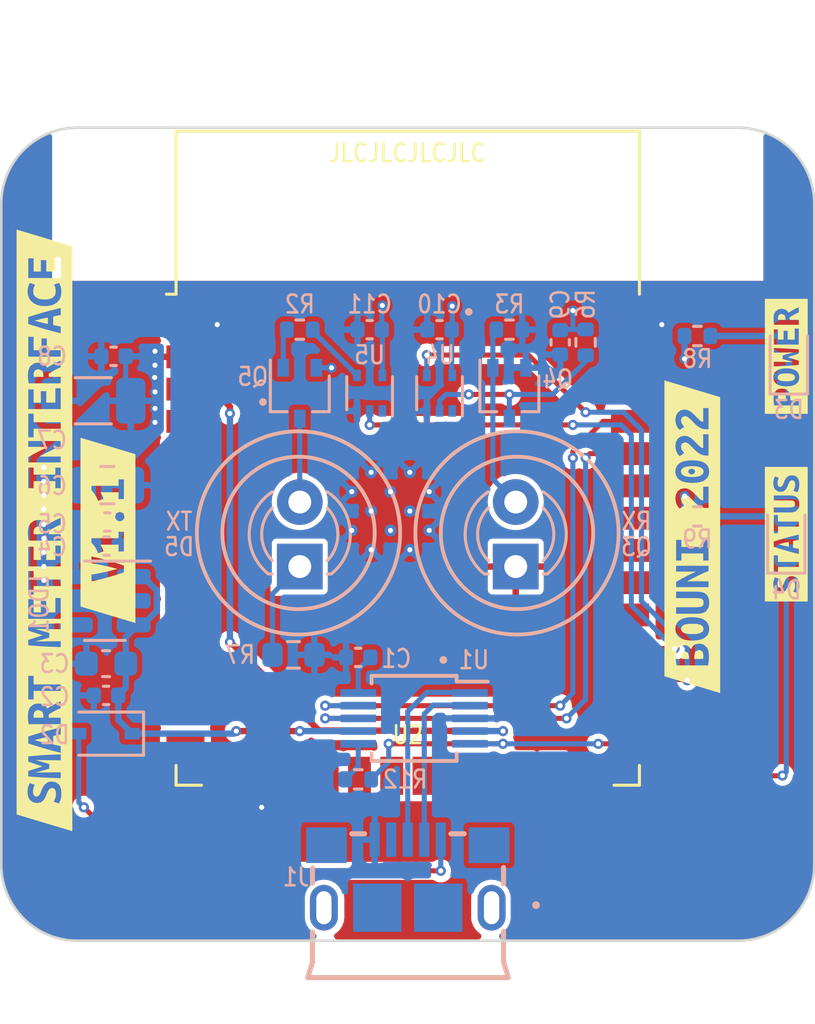
<source format=kicad_pcb>
(kicad_pcb (version 20230913) (generator pcbnew)
  (layers (0 "F.Cu" signal) (31 "B.Cu" signal) (34 "B.Paste" user) (35 "F.Paste" user) (36 "B.SilkS" user "B.Silkscreen") (37 "F.SilkS" user "F.Silkscreen") (38 "B.Mask" user) (39 "F.Mask" user) (44 "Edge.Cuts" user))
  (net 0 "")
  (net 1 "GND")
  (net 2 "+3V3")
  (net 3 "BLINK")
  (net 4 "+5V")
  (net 5 "RX")
  (net 6 "Net-(U1-V3)")
  (net 7 "Net-(D5-K)")
  (net 8 "Net-(D2-A)")
  (net 9 "Net-(D3-A)")
  (net 10 "IO2")
  (net 11 "Net-(D4-A)")
  (net 13 "Net-(D5-A)")
  (net 14 "Net-(Q3-E)")
  (net 15 "IO0")
  (net 16 "EN")
  (net 17 "Net-(Q4-C)")
  (net 18 "Net-(Q5-B)")
  (net 20 "RXD0")
  (net 21 "TXD0")
  (net 50 "Net-(R2-Pad2)")
  (net 51 "Net-(U1-TNOW{slash}~{DTR})")
  (net 54 "/D-")
  (net 55 "/D+")
  (footprint "RF_Module:ESP32-WROOM-32" (layer "F.Cu") (at 56 56)
    (property "Reference" "U2" (at 0 7.9 180) (layer "F.SilkS") (effects (font (size 0.7 0.6) (thickness 0.1))))
    (property "Value" "ESP32-WROOM-32")
    (pad "1" smd rect locked (at -8.75 -8.25) (size 1.5 0.9) (layers "F.Cu" "F.Paste" "F.Mask") (net 1 "GND"))
    (pad "2" smd rect locked (at -8.75 -6.98) (size 1.5 0.9) (layers "F.Cu" "F.Paste" "F.Mask") (net 2 "+3V3"))
    (pad "3" smd rect locked (at -8.75 -5.71) (size 1.5 0.9) (layers "F.Cu" "F.Paste" "F.Mask") (net 16 "EN"))
    (pad "4" smd rect locked (at -8.75 -4.44) (size 1.5 0.9) (layers "F.Cu" "F.Paste" "F.Mask"))
    (pad "5" smd rect locked (at -8.75 -3.17) (size 1.5 0.9) (layers "F.Cu" "F.Paste" "F.Mask"))
    (pad "6" smd rect locked (at -8.75 -1.9) (size 1.5 0.9) (layers "F.Cu" "F.Paste" "F.Mask"))
    (pad "7" smd rect locked (at -8.75 -0.63) (size 1.5 0.9) (layers "F.Cu" "F.Paste" "F.Mask"))
    (pad "8" smd rect locked (at -8.75 0.64) (size 1.5 0.9) (layers "F.Cu" "F.Paste" "F.Mask"))
    (pad "9" smd rect locked (at -8.75 1.91) (size 1.5 0.9) (layers "F.Cu" "F.Paste" "F.Mask"))
    (pad "10" smd rect locked (at -8.75 3.18) (size 1.5 0.9) (layers "F.Cu" "F.Paste" "F.Mask"))
    (pad "11" smd rect locked (at -8.75 4.45) (size 1.5 0.9) (layers "F.Cu" "F.Paste" "F.Mask"))
    (pad "12" smd rect locked (at -8.75 5.72) (size 1.5 0.9) (layers "F.Cu" "F.Paste" "F.Mask"))
    (pad "13" smd rect locked (at -8.75 6.99) (size 1.5 0.9) (layers "F.Cu" "F.Paste" "F.Mask"))
    (pad "14" smd rect locked (at -8.75 8.26) (size 1.5 0.9) (layers "F.Cu" "F.Paste" "F.Mask"))
    (pad "15" smd rect locked (at -5.71 9.51 90) (size 1.5 0.9) (layers "F.Cu" "F.Paste" "F.Mask") (net 1 "GND"))
    (pad "16" smd rect locked (at -4.44 9.51 90) (size 1.5 0.9) (layers "F.Cu" "F.Paste" "F.Mask"))
    (pad "17" smd rect locked (at -3.17 9.51 90) (size 1.5 0.9) (layers "F.Cu" "F.Paste" "F.Mask"))
    (pad "18" smd rect locked (at -1.9 9.51 90) (size 1.5 0.9) (layers "F.Cu" "F.Paste" "F.Mask"))
    (pad "19" smd rect locked (at -0.63 9.51 90) (size 1.5 0.9) (layers "F.Cu" "F.Paste" "F.Mask"))
    (pad "20" smd rect locked (at 0.64 9.51 90) (size 1.5 0.9) (layers "F.Cu" "F.Paste" "F.Mask"))
    (pad "21" smd rect locked (at 1.91 9.51 90) (size 1.5 0.9) (layers "F.Cu" "F.Paste" "F.Mask"))
    (pad "22" smd rect locked (at 3.18 9.51 90) (size 1.5 0.9) (layers "F.Cu" "F.Paste" "F.Mask"))
    (pad "23" smd rect locked (at 4.45 9.51 90) (size 1.5 0.9) (layers "F.Cu" "F.Paste" "F.Mask"))
    (pad "24" smd rect locked (at 5.72 9.51 90) (size 1.5 0.9) (layers "F.Cu" "F.Paste" "F.Mask") (net 10 "IO2"))
    (pad "25" smd rect locked (at 8.75 8.26) (size 1.5 0.9) (layers "F.Cu" "F.Paste" "F.Mask") (net 15 "IO0"))
    (pad "26" smd rect locked (at 8.75 6.99) (size 1.5 0.9) (layers "F.Cu" "F.Paste" "F.Mask"))
    (pad "27" smd rect locked (at 8.75 5.72) (size 1.5 0.9) (layers "F.Cu" "F.Paste" "F.Mask") (net 5 "RX"))
    (pad "28" smd rect locked (at 8.75 4.45) (size 1.5 0.9) (layers "F.Cu" "F.Paste" "F.Mask") (net 3 "BLINK"))
    (pad "29" smd rect locked (at 8.75 3.18) (size 1.5 0.9) (layers "F.Cu" "F.Paste" "F.Mask"))
    (pad "30" smd rect locked (at 8.75 1.91) (size 1.5 0.9) (layers "F.Cu" "F.Paste" "F.Mask"))
    (pad "31" smd rect locked (at 8.75 0.64) (size 1.5 0.9) (layers "F.Cu" "F.Paste" "F.Mask"))
    (pad "32" smd rect locked (at 8.75 -0.63) (size 1.5 0.9) (layers "F.Cu" "F.Paste" "F.Mask"))
    (pad "33" smd rect locked (at 8.75 -1.9) (size 1.5 0.9) (layers "F.Cu" "F.Paste" "F.Mask"))
    (pad "34" smd rect locked (at 8.75 -3.17) (size 1.5 0.9) (layers "F.Cu" "F.Paste" "F.Mask") (net 20 "RXD0"))
    (pad "35" smd rect locked (at 8.75 -4.44) (size 1.5 0.9) (layers "F.Cu" "F.Paste" "F.Mask") (net 21 "TXD0"))
    (pad "36" smd rect locked (at 8.75 -5.71) (size 1.5 0.9) (layers "F.Cu" "F.Paste" "F.Mask"))
    (pad "37" smd rect locked (at 8.75 -6.98) (size 1.5 0.9) (layers "F.Cu" "F.Paste" "F.Mask"))
    (pad "38" smd rect locked (at 8.75 -8.25) (size 1.5 0.9) (layers "F.Cu" "F.Paste" "F.Mask") (net 1 "GND"))
    (pad "39" smd rect locked (at -2.205 -2.435) (size 1.05 1.05) (layers "F.Cu" "F.Paste") (net 1 "GND"))
    (pad "39" thru_hole circle locked (at -2.205 -1.6725) (size 0.475 0.475) (drill 0.2) (layers "*.Cu" "F.Mask") (net 1 "GND"))
    (pad "39" smd rect locked (at -2.205 -0.91) (size 1.05 1.05) (layers "F.Cu" "F.Paste") (net 1 "GND"))
    (pad "39" thru_hole circle locked (at -2.205 -0.1475) (size 0.475 0.475) (drill 0.2) (layers "*.Cu" "F.Mask") (net 1 "GND"))
    (pad "39" smd rect locked (at -2.205 0.615) (size 1.05 1.05) (layers "F.Cu" "F.Paste") (net 1 "GND"))
    (pad "39" thru_hole circle locked (at -1.4425 -2.435) (size 0.475 0.475) (drill 0.2) (layers "*.Cu" "F.Mask") (net 1 "GND"))
    (pad "39" thru_hole circle locked (at -1.4425 -0.91) (size 0.475 0.475) (drill 0.2) (layers "*.Cu" "F.Mask") (net 1 "GND"))
    (pad "39" thru_hole circle locked (at -1.4425 0.615) (size 0.475 0.475) (drill 0.2) (layers "*.Cu" "F.Mask") (net 1 "GND"))
    (pad "39" smd rect locked (at -0.68 -2.435) (size 1.05 1.05) (layers "F.Cu" "F.Paste") (net 1 "GND"))
    (pad "39" thru_hole circle locked (at -0.68 -1.6725) (size 0.475 0.475) (drill 0.2) (layers "*.Cu" "F.Mask") (net 1 "GND"))
    (pad "39" smd rect locked (at -0.68 -0.91) (size 1.05 1.05) (layers "F.Cu" "F.Paste") (net 1 "GND"))
    (pad "39" smd rect locked (at -0.68 -0.91) (size 4.2 4.2) (layers "F.Cu" "F.Mask") (net 1 "GND"))
    (pad "39" thru_hole circle locked (at -0.68 -0.1475) (size 0.475 0.475) (drill 0.2) (layers "*.Cu" "F.Mask") (net 1 "GND"))
    (pad "39" smd rect locked (at -0.68 0.615) (size 1.05 1.05) (layers "F.Cu" "F.Paste") (net 1 "GND"))
    (pad "39" thru_hole circle locked (at 0.0825 -2.435) (size 0.475 0.475) (drill 0.2) (layers "*.Cu" "F.Mask") (net 1 "GND"))
    (pad "39" thru_hole circle locked (at 0.0825 -0.91) (size 0.475 0.475) (drill 0.2) (layers "*.Cu" "F.Mask") (net 1 "GND"))
    (pad "39" thru_hole circle locked (at 0.0825 0.615) (size 0.475 0.475) (drill 0.2) (layers "*.Cu" "F.Mask") (net 1 "GND"))
    (pad "39" smd rect locked (at 0.845 -2.435) (size 1.05 1.05) (layers "F.Cu" "F.Paste") (net 1 "GND"))
    (pad "39" thru_hole circle locked (at 0.845 -1.6725) (size 0.475 0.475) (drill 0.2) (layers "*.Cu" "F.Mask") (net 1 "GND"))
    (pad "39" smd rect locked (at 0.845 -0.91) (size 1.05 1.05) (layers "F.Cu" "F.Paste") (net 1 "GND"))
    (pad "39" thru_hole circle locked (at 0.845 -0.1475) (size 0.475 0.475) (drill 0.2) (layers "*.Cu" "F.Mask") (net 1 "GND"))
    (pad "39" smd rect locked (at 0.845 0.615) (size 1.05 1.05) (layers "F.Cu" "F.Paste") (net 1 "GND"))
    (zone (net 0) (net_name "") (layers "*.Cu") (connect_pads (clearance 0)) (min_thickness 0.254)
      (keepout (tracks not_allowed) (vias not_allowed) (pads not_allowed) (copperpour not_allowed) (footprints not_allowed))
      (fill (thermal_gap 0.508) (thermal_bridge_width 0.508))
      (polygon (pts (xy 42 46.03) (xy 70 46.03) (xy 70 35.25) (xy 42 35.25)))
    )
  )
  (footprint "kibuzzard-651E6BC2" (layer "F.Cu") (at 70.9 56 90)
    (property "Reference" "kibuzzard-651E6BC2" hide)
    (property "Value" "G***" hide)
  )
  (footprint "kibuzzard-635BBB2F" (layer "F.Cu") (at 41.7 55.85 90)
    (property "Reference" "kibuzzard-635BBB2F" hide)
    (property "Value" "G***" hide)
  )
  (footprint "kibuzzard-651E6B99" (layer "F.Cu") (at 44.2 55.85 90)
    (property "Reference" "kibuzzard-651E6B99" hide)
    (property "Value" "G***" hide)
  )
  (footprint "kibuzzard-651E6BCC" (layer "F.Cu") (at 70.9 49 90)
    (property "Reference" "kibuzzard-651E6BCC" hide)
    (property "Value" "G***" hide)
  )
  (footprint "kibuzzard-635BBB3D" (layer "F.Cu") (at 67.2 56.1 90)
    (property "Reference" "kibuzzard-635BBB3D" hide)
    (property "Value" "G***" hide)
  )
  (footprint "Capacitor_SMD:C_0402_1005Metric" (layer "B.Cu") (at 44.175 55.52)
    (property "Reference" "C5" (at -2.175 0.08 180) (layer "B.SilkS") (effects (font (size 0.7 0.6) (thickness 0.1)) (justify mirror)))
    (property "Value" "1uF")
    (pad "1" smd roundrect (at -0.48 0) (size 0.56 0.62) (layers "B.Cu" "B.Paste" "B.Mask") (net 2 "+3V3"))
    (pad "2" smd roundrect (at 0.48 0) (size 0.56 0.62) (layers "B.Cu" "B.Paste" "B.Mask") (net 1 "GND"))
  )
  (footprint "Resistor_SMD:R_0402_1005Metric" (layer "B.Cu") (at 63 48.45 -90)
    (property "Reference" "R6" (at -1.5 0 -90) (layer "B.SilkS") (effects (font (size 0.7 0.6) (thickness 0.1)) (justify mirror)))
    (property "Value" "13K")
    (pad "1" smd roundrect (at -0.51 0 270) (size 0.54 0.64) (layers "B.Cu" "B.Paste" "B.Mask") (net 2 "+3V3"))
    (pad "2" smd roundrect (at 0.51 0 270) (size 0.54 0.64) (layers "B.Cu" "B.Paste" "B.Mask") (net 17 "Net-(Q4-C)"))
  )
  (footprint "Package_TO_SOT_SMD:SOT-23-5" (layer "B.Cu") (at 44.075 58.62 180)
    (property "Reference" "LDO1" (at 2.575 -0.13 -90) (layer "B.SilkS") (effects (font (size 0.7 0.6) (thickness 0.1) bold) (justify mirror)))
    (property "Value" "ME6211C33M5G-N" hide)
    (pad "1" smd roundrect (at -1.1375 0.95 180) (size 1.325 0.6) (layers "B.Cu" "B.Paste" "B.Mask") (net 4 "+5V"))
    (pad "2" smd roundrect (at -1.1375 0 180) (size 1.325 0.6) (layers "B.Cu" "B.Paste" "B.Mask") (net 1 "GND"))
    (pad "3" smd roundrect (at -1.1375 -0.95 180) (size 1.325 0.6) (layers "B.Cu" "B.Paste" "B.Mask") (net 4 "+5V"))
    (pad "4" smd roundrect (at 1.1375 -0.95 180) (size 1.325 0.6) (layers "B.Cu" "B.Paste" "B.Mask"))
    (pad "5" smd roundrect (at 1.1375 0.95 180) (size 1.325 0.6) (layers "B.Cu" "B.Paste" "B.Mask") (net 2 "+3V3"))
  )
  (footprint "LED_THT:LED_D3.0mm_Clear" (layer "B.Cu") (at 60.25 57.275 90)
    (property "Reference" "Q3" (at 0.775 4.75 0) (layer "B.SilkS") (effects (font (size 0.7 0.6) (thickness 0.1)) (justify mirror)))
    (property "Value" "SFH309")
    (pad "1" thru_hole rect (at 0 0 90) (size 1.8 1.8) (drill 0.9) (layers "*.Cu" "*.Mask") (net 2 "+3V3"))
    (pad "2" thru_hole circle (at 2.54 0 90) (size 1.8 1.8) (drill 0.9) (layers "*.Cu" "*.Mask") (net 14 "Net-(Q3-E)"))
  )
  (footprint "LED_THT:LED_D3.0mm_IRBlack" (layer "B.Cu") (at 51.75 57.275 90)
    (property "Reference" "D5" (at 0.775 -4.75 0) (layer "B.SilkS") (effects (font (size 0.7 0.6) (thickness 0.1)) (justify mirror)))
    (property "Value" "SFH4356P")
    (pad "1" thru_hole rect (at 0 0 90) (size 1.8 1.8) (drill 0.9) (layers "*.Cu" "*.Mask") (net 7 "Net-(D5-K)"))
    (pad "2" thru_hole circle (at 2.54 0 90) (size 1.8 1.8) (drill 0.9) (layers "*.Cu" "*.Mask") (net 13 "Net-(D5-A)"))
  )
  (footprint "Resistor_SMD:R_0603_1608Metric" (layer "B.Cu") (at 51.5 60.75)
    (property "Reference" "R7" (at -2.1 0 0) (layer "B.SilkS") (effects (font (size 0.7 0.6) (thickness 0.1)) (justify mirror)))
    (property "Value" "180")
    (pad "1" smd roundrect (at -0.825 0) (size 0.8 0.95) (layers "B.Cu" "B.Paste" "B.Mask") (net 7 "Net-(D5-K)"))
    (pad "2" smd roundrect (at 0.825 0) (size 0.8 0.95) (layers "B.Cu" "B.Paste" "B.Mask") (net 1 "GND"))
  )
  (footprint "LED_SMD:LED_0603_1608Metric" (layer "B.Cu") (at 71 49 90)
    (property "Reference" "D3" (at -2.1 0 180) (layer "B.SilkS") (effects (font (size 0.7 0.6) (thickness 0.1)) (justify mirror)))
    (property "Value" "LED_G")
    (pad "1" smd roundrect (at -0.7875 0 90) (size 0.875 0.95) (layers "B.Cu" "B.Paste" "B.Mask") (net 1 "GND"))
    (pad "2" smd roundrect (at 0.7875 0 90) (size 0.875 0.95) (layers "B.Cu" "B.Paste" "B.Mask") (net 9 "Net-(D3-A)"))
  )
  (footprint "Capacitor_SMD:C_0402_1005Metric" (layer "B.Cu") (at 44.145 56.47)
    (property "Reference" "C4" (at -2.145 0.03 180) (layer "B.SilkS") (effects (font (size 0.7 0.6) (thickness 0.1)) (justify mirror)))
    (property "Value" "0.1uF")
    (pad "1" smd roundrect (at -0.48 0) (size 0.56 0.62) (layers "B.Cu" "B.Paste" "B.Mask") (net 2 "+3V3"))
    (pad "2" smd roundrect (at 0.48 0) (size 0.56 0.62) (layers "B.Cu" "B.Paste" "B.Mask") (net 1 "GND"))
  )
  (footprint "Package_TO_SOT_SMD:SOT-323_SC-70" (layer "B.Cu") (at 51.75 50.45 -90)
    (property "Reference" "Q5" (at -0.65 1.85 0) (layer "B.SilkS") (effects (font (size 0.7 0.6) (thickness 0.1)) (justify mirror)))
    (property "Value" "BC807W")
    (pad "1" smd rect (at -1 0.65) (size 0.45 0.7) (layers "B.Cu" "B.Paste" "B.Mask") (net 18 "Net-(Q5-B)"))
    (pad "2" smd rect (at -1 -0.65) (size 0.45 0.7) (layers "B.Cu" "B.Paste" "B.Mask") (net 2 "+3V3"))
    (pad "3" smd rect (at 1 0) (size 0.45 0.7) (layers "B.Cu" "B.Paste" "B.Mask") (net 13 "Net-(D5-A)"))
  )
  (footprint "Resistor_SMD:R_0402_1005Metric" (layer "B.Cu") (at 67.4 55.3)
    (property "Reference" "R9" (at 0 0.9 0) (layer "B.SilkS") (effects (font (size 0.7 0.6) (thickness 0.1)) (justify mirror)))
    (property "Value" "1k")
    (pad "1" smd roundrect (at -0.51 0) (size 0.54 0.64) (layers "B.Cu" "B.Paste" "B.Mask") (net 2 "+3V3"))
    (pad "2" smd roundrect (at 0.51 0) (size 0.54 0.64) (layers "B.Cu" "B.Paste" "B.Mask") (net 11 "Net-(D4-A)"))
  )
  (footprint "Capacitor_SMD:C_1206_3216Metric" (layer "B.Cu") (at 43.62 50.75 180)
    (property "Reference" "C7" (at 1.62 -1.55 0) (layer "B.SilkS") (effects (font (size 0.7 0.6) (thickness 0.1)) (justify mirror)))
    (property "Value" "100uF")
    (pad "1" smd roundrect (at -1.475 0 180) (size 1.15 1.8) (layers "B.Cu" "B.Paste" "B.Mask") (roundrect_rratio 0.2173913043) (net 2 "+3V3"))
    (pad "2" smd roundrect (at 1.475 0 180) (size 1.15 1.8) (layers "B.Cu" "B.Paste" "B.Mask") (roundrect_rratio 0.2173913043) (net 1 "GND"))
  )
  (footprint "Capacitor_SMD:C_0402_1005Metric" (layer "B.Cu") (at 54.05 60.85)
    (property "Reference" "C1" (at 1.5 0.05 0) (layer "B.SilkS") (effects (font (size 0.7 0.6) (thickness 0.1)) (justify mirror)))
    (property "Value" "0.1uF")
    (pad "1" smd roundrect (at -0.48 0) (size 0.56 0.62) (layers "B.Cu" "B.Paste" "B.Mask") (net 1 "GND"))
    (pad "2" smd roundrect (at 0.48 0) (size 0.56 0.62) (layers "B.Cu" "B.Paste" "B.Mask") (net 6 "Net-(U1-V3)"))
  )
  (footprint "Resistor_SMD:R_0402_1005Metric" (layer "B.Cu") (at 60 47.95)
    (property "Reference" "R3" (at 0 -1 0) (layer "B.SilkS") (effects (font (size 0.7 0.6) (thickness 0.1)) (justify mirror)))
    (property "Value" "13K")
    (pad "1" smd roundrect (at -0.51 0) (size 0.54 0.64) (layers "B.Cu" "B.Paste" "B.Mask") (net 14 "Net-(Q3-E)"))
    (pad "2" smd roundrect (at 0.51 0) (size 0.54 0.64) (layers "B.Cu" "B.Paste" "B.Mask") (net 1 "GND"))
  )
  (footprint "LED_SMD:LED_0603_1608Metric" (layer "B.Cu") (at 70.9 56.05 90)
    (property "Reference" "D4" (at -2.15 0 180) (layer "B.SilkS") (effects (font (size 0.7 0.6) (thickness 0.1)) (justify mirror)))
    (property "Value" "LED_B")
    (pad "1" smd roundrect (at -0.7875 0 90) (size 0.875 0.95) (layers "B.Cu" "B.Paste" "B.Mask") (net 10 "IO2"))
    (pad "2" smd roundrect (at 0.7875 0 90) (size 0.875 0.95) (layers "B.Cu" "B.Paste" "B.Mask") (net 11 "Net-(D4-A)"))
  )
  (footprint "Capacitor_SMD:C_0402_1005Metric" (layer "B.Cu") (at 57.25 47.95 180)
    (property "Reference" "C10" (at 0 1 180) (layer "B.SilkS") (effects (font (size 0.7 0.6) (thickness 0.1)) (justify mirror)))
    (property "Value" "1uF")
    (pad "1" smd roundrect (at -0.48 0 180) (size 0.56 0.62) (layers "B.Cu" "B.Paste" "B.Mask") (net 2 "+3V3"))
    (pad "2" smd roundrect (at 0.48 0 180) (size 0.56 0.62) (layers "B.Cu" "B.Paste" "B.Mask") (net 1 "GND"))
  )
  (footprint "Capacitor_SMD:C_0402_1005Metric" (layer "B.Cu") (at 54.5 47.95 180)
    (property "Reference" "C11" (at 0 1 180) (layer "B.SilkS") (effects (font (size 0.7 0.6) (thickness 0.1)) (justify mirror)))
    (property "Value" "1uF")
    (pad "1" smd roundrect (at -0.48 0 180) (size 0.56 0.62) (layers "B.Cu" "B.Paste" "B.Mask") (net 2 "+3V3"))
    (pad "2" smd roundrect (at 0.48 0 180) (size 0.56 0.62) (layers "B.Cu" "B.Paste" "B.Mask") (net 1 "GND"))
  )
  (footprint "Capacitor_SMD:C_0402_1005Metric" (layer "B.Cu") (at 44.125 62.345 180)
    (property "Reference" "C2" (at 2.025 -0.055 0) (layer "B.SilkS") (effects (font (size 0.7 0.6) (thickness 0.1)) (justify mirror)))
    (property "Value" "1uF")
    (pad "1" smd roundrect (at -0.48 0 180) (size 0.56 0.62) (layers "B.Cu" "B.Paste" "B.Mask") (net 4 "+5V"))
    (pad "2" smd roundrect (at 0.48 0 180) (size 0.56 0.62) (layers "B.Cu" "B.Paste" "B.Mask") (net 1 "GND"))
  )
  (footprint "Capacitor_SMD:C_0805_2012Metric" (layer "B.Cu") (at 44.175 54.07)
    (property "Reference" "C6" (at -2.175 0.03 180) (layer "B.SilkS") (effects (font (size 0.7 0.6) (thickness 0.1)) (justify mirror)))
    (property "Value" "47uF")
    (pad "1" smd roundrect (at -0.95 0) (size 1 1.45) (layers "B.Cu" "B.Paste" "B.Mask") (net 2 "+3V3"))
    (pad "2" smd roundrect (at 0.95 0) (size 1 1.45) (layers "B.Cu" "B.Paste" "B.Mask") (net 1 "GND"))
  )
  (footprint "Capacitor_SMD:C_0402_1005Metric" (layer "B.Cu") (at 44.42 49 180)
    (property "Reference" "C8" (at 2.42 0 0) (layer "B.SilkS") (effects (font (size 0.7 0.6) (thickness 0.1)) (justify mirror)))
    (property "Value" "1uF")
    (pad "1" smd roundrect (at -0.48 0 180) (size 0.56 0.62) (layers "B.Cu" "B.Paste" "B.Mask") (net 2 "+3V3"))
    (pad "2" smd roundrect (at 0.48 0 180) (size 0.56 0.62) (layers "B.Cu" "B.Paste" "B.Mask") (net 1 "GND"))
  )
  (footprint "Package_TO_SOT_SMD:SOT-553" (layer "B.Cu") (at 54.5 50.45 90)
    (property "Reference" "U5" (at 1.5 0 180) (layer "B.SilkS") (effects (font (size 0.7 0.6) (thickness 0.1)) (justify mirror)))
    (property "Value" "74LVC1G17")
    (pad "1" smd rect (at -0.7 0.5 90) (size 0.45 0.3) (layers "B.Cu" "B.Paste" "B.Mask"))
    (pad "2" smd rect (at -0.7 0 90) (size 0.45 0.3) (layers "B.Cu" "B.Paste" "B.Mask") (net 3 "BLINK"))
    (pad "3" smd rect (at -0.7 -0.5 90) (size 0.45 0.3) (layers "B.Cu" "B.Paste" "B.Mask") (net 1 "GND"))
    (pad "4" smd rect (at 0.7 -0.5 90) (size 0.45 0.3) (layers "B.Cu" "B.Paste" "B.Mask") (net 50 "Net-(R2-Pad2)"))
    (pad "5" smd rect (at 0.7 0.5 90) (size 0.45 0.3) (layers "B.Cu" "B.Paste" "B.Mask") (net 2 "+3V3"))
  )
  (footprint "Capacitor_SMD:C_0603_1608Metric" (layer "B.Cu") (at 44.125 61.095 180)
    (property "Reference" "C3" (at 2.025 -0.005 0) (layer "B.SilkS") (effects (font (size 0.7 0.6) (thickness 0.1)) (justify mirror)))
    (property "Value" "10uF")
    (pad "1" smd roundrect (at -0.775 0 180) (size 0.9 0.95) (layers "B.Cu" "B.Paste" "B.Mask") (net 4 "+5V"))
    (pad "2" smd roundrect (at 0.775 0 180) (size 0.9 0.95) (layers "B.Cu" "B.Paste" "B.Mask") (net 1 "GND"))
  )
  (footprint "Capacitor_SMD:C_0402_1005Metric" (layer "B.Cu") (at 62 48.45 -90)
    (property "Reference" "C9" (at -1.5 0 90) (layer "B.SilkS") (effects (font (size 0.7 0.6) (thickness 0.1)) (justify mirror)))
    (property "Value" "1uF")
    (pad "1" smd roundrect (at -0.48 0 270) (size 0.56 0.62) (layers "B.Cu" "B.Paste" "B.Mask") (net 2 "+3V3"))
    (pad "2" smd roundrect (at 0.48 0 270) (size 0.56 0.62) (layers "B.Cu" "B.Paste" "B.Mask") (net 1 "GND"))
  )
  (footprint "Resistor_SMD:R_0402_1005Metric" (layer "B.Cu") (at 67.4 48.2)
    (property "Reference" "R8" (at 0 0.9 0) (layer "B.SilkS") (effects (font (size 0.7 0.6) (thickness 0.1)) (justify mirror)))
    (property "Value" "1k")
    (pad "1" smd roundrect (at -0.51 0) (size 0.54 0.64) (layers "B.Cu" "B.Paste" "B.Mask") (net 2 "+3V3"))
    (pad "2" smd roundrect (at 0.51 0) (size 0.54 0.64) (layers "B.Cu" "B.Paste" "B.Mask") (net 9 "Net-(D3-A)"))
  )
  (footprint "Package_TO_SOT_SMD:SOT-553" (layer "B.Cu") (at 57.25 50.45 90)
    (property "Reference" "U4" (at 1.5 0 180) (layer "B.SilkS") (effects (font (size 0.7 0.6) (thickness 0.1)) (justify mirror)))
    (property "Value" "74LVC1G17")
    (pad "1" smd rect (at -0.7 0.5 90) (size 0.45 0.3) (layers "B.Cu" "B.Paste" "B.Mask"))
    (pad "2" smd rect (at -0.7 0 90) (size 0.45 0.3) (layers "B.Cu" "B.Paste" "B.Mask") (net 17 "Net-(Q4-C)"))
    (pad "3" smd rect (at -0.7 -0.5 90) (size 0.45 0.3) (layers "B.Cu" "B.Paste" "B.Mask") (net 1 "GND"))
    (pad "4" smd rect (at 0.7 -0.5 90) (size 0.45 0.3) (layers "B.Cu" "B.Paste" "B.Mask") (net 5 "RX"))
    (pad "5" smd rect (at 0.7 0.5 90) (size 0.45 0.3) (layers "B.Cu" "B.Paste" "B.Mask") (net 2 "+3V3"))
  )
  (footprint "Package_SO:MSOP-10_3x3mm_P0.5mm" (layer "B.Cu") (at 56.25 63.25 180)
    (property "Reference" "U1" (at -2.35 2.3 180) (layer "B.SilkS") (effects (font (size 0.7 0.6) (thickness 0.1)) (justify mirror)))
    (property "Value" "CH340X")
    (pad "1" smd rect (at -2.2 1 180) (size 1.4 0.3) (layers "B.Cu" "B.Paste" "B.Mask") (net 55 "/D+"))
    (pad "2" smd rect (at -2.2 0.5 180) (size 1.4 0.3) (layers "B.Cu" "B.Paste" "B.Mask") (net 54 "/D-"))
    (pad "3" smd rect (at -2.2 0 180) (size 1.4 0.3) (layers "B.Cu" "B.Paste" "B.Mask") (net 1 "GND"))
    (pad "4" smd rect (at -2.2 -0.5 180) (size 1.4 0.3) (layers "B.Cu" "B.Paste" "B.Mask") (net 16 "EN"))
    (pad "5" smd rect (at -2.2 -1 180) (size 1.4 0.3) (layers "B.Cu" "B.Paste" "B.Mask") (net 15 "IO0"))
    (pad "6" smd rect (at 2.2 -1 180) (size 1.4 0.3) (layers "B.Cu" "B.Paste" "B.Mask") (net 51 "Net-(U1-TNOW{slash}~{DTR})"))
    (pad "7" smd rect (at 2.2 -0.5 180) (size 1.4 0.3) (layers "B.Cu" "B.Paste" "B.Mask") (net 4 "+5V"))
    (pad "8" smd rect (at 2.2 0 180) (size 1.4 0.3) (layers "B.Cu" "B.Paste" "B.Mask") (net 20 "RXD0"))
    (pad "9" smd rect (at 2.2 0.5 180) (size 1.4 0.3) (layers "B.Cu" "B.Paste" "B.Mask") (net 21 "TXD0"))
    (pad "10" smd rect (at 2.2 1 180) (size 1.4 0.3) (layers "B.Cu" "B.Paste" "B.Mask") (net 6 "Net-(U1-V3)"))
  )
  (footprint "LCSC:MICRO-USB-SMD_10118193-0001LF" (layer "B.Cu") (at 56 69.3625 180)
    (property "Reference" "J1" (at 4.4 -0.1375 0) (layer "B.SilkS") (effects (font (size 0.7 0.6) (thickness 0.1)) (justify mirror)))
    (property "Value" "USB_B_Micro")
    (pad "1" smd rect (at -1.3 1.34 180) (size 0.4 1.35) (layers "B.Cu" "B.Paste" "B.Mask") (net 8 "Net-(D2-A)"))
    (pad "2" smd rect (at -0.65 1.34 180) (size 0.4 1.35) (layers "B.Cu" "B.Paste" "B.Mask") (net 54 "/D-"))
    (pad "3" smd rect (at 0 1.34 180) (size 0.4 1.35) (layers "B.Cu" "B.Paste" "B.Mask") (net 55 "/D+"))
    (pad "4" smd rect (at 0.65 1.34 180) (size 0.4 1.35) (layers "B.Cu" "B.Paste" "B.Mask"))
    (pad "5" smd rect (at 1.3 1.34 180) (size 0.4 1.35) (layers "B.Cu" "B.Paste" "B.Mask") (net 1 "GND"))
    (pad "6" thru_hole oval (at -3.3 -1.34 180) (size 1.1 1.8) (drill oval 0.599999 1.299997) (layers "*.Cu" "*.Paste" "*.Mask"))
    (pad "6" thru_hole oval (at 3.3 -1.34 180) (size 1.1 1.8) (drill oval 0.599999 1.299997) (layers "*.Cu" "*.Paste" "*.Mask"))
    (pad "7" smd rect (at -3.2 1.12) (size 1.6 1.4) (layers "B.Cu" "B.Paste" "B.Mask"))
    (pad "7" smd rect (at -1.2 -1.34) (size 1.9 1.9) (layers "B.Cu" "B.Paste" "B.Mask"))
    (pad "8" smd rect (at 1.2 -1.34) (size 1.9 1.9) (layers "B.Cu" "B.Paste" "B.Mask"))
    (pad "8" smd rect (at 3.2 1.12) (size 1.6 1.4) (layers "B.Cu" "B.Paste" "B.Mask"))
  )
  (footprint "Resistor_SMD:R_0402_1005Metric" (layer "B.Cu") (at 54.05 65.65)
    (property "Reference" "R12" (at 1.85 0 0) (layer "B.SilkS") (effects (font (size 0.7 0.6) (thickness 0.1)) (justify mirror)))
    (property "Value" "4K7")
    (pad "1" smd roundrect (at -0.51 0) (size 0.54 0.64) (layers "B.Cu" "B.Paste" "B.Mask") (net 51 "Net-(U1-TNOW{slash}~{DTR})"))
    (pad "2" smd roundrect (at 0.51 0) (size 0.54 0.64) (layers "B.Cu" "B.Paste" "B.Mask") (net 15 "IO0"))
  )
  (footprint "Resistor_SMD:R_0402_1005Metric" (layer "B.Cu") (at 51.75 47.95)
    (property "Reference" "R2" (at 0 -1 0) (layer "B.SilkS") (effects (font (size 0.7 0.6) (thickness 0.1)) (justify mirror)))
    (property "Value" "13K")
    (pad "1" smd roundrect (at -0.51 0) (size 0.54 0.64) (layers "B.Cu" "B.Paste" "B.Mask") (net 18 "Net-(Q5-B)"))
    (pad "2" smd roundrect (at 0.51 0) (size 0.54 0.64) (layers "B.Cu" "B.Paste" "B.Mask") (net 50 "Net-(R2-Pad2)"))
  )
  (footprint "Diode_SMD:D_SOD-323" (layer "B.Cu") (at 44.1 63.85 180)
    (property "Reference" "D2" (at 2 -0.05 0) (layer "B.SilkS") (effects (font (size 0.7 0.6) (thickness 0.1)) (justify mirror)))
    (property "Value" "1N5819WS")
    (pad "1" smd rect (at -1.05 0 180) (size 0.6 0.45) (layers "B.Cu" "B.Paste" "B.Mask") (net 4 "+5V"))
    (pad "2" smd rect (at 1.05 0 180) (size 0.6 0.45) (layers "B.Cu" "B.Paste" "B.Mask") (net 8 "Net-(D2-A)"))
  )
  (footprint "Package_TO_SOT_SMD:SOT-323_SC-70" (layer "B.Cu") (at 60 50.45 -90)
    (property "Reference" "Q4" (at -0.55 -1.9 0) (layer "B.SilkS") (effects (font (size 0.7 0.6) (thickness 0.1)) (justify mirror)))
    (property "Value" "BC817W")
    (pad "1" smd rect (at -1 0.65) (size 0.45 0.7) (layers "B.Cu" "B.Paste" "B.Mask") (net 14 "Net-(Q3-E)"))
    (pad "2" smd rect (at -1 -0.65) (size 0.45 0.7) (layers "B.Cu" "B.Paste" "B.Mask") (net 1 "GND"))
    (pad "3" smd rect (at 1 0) (size 0.45 0.7) (layers "B.Cu" "B.Paste" "B.Mask") (net 17 "Net-(Q4-C)"))
  )
  (gr_circle (center 51.7 55.95) (end 55.7 55.95) (stroke (width 0.15)) (fill none) (layer "B.SilkS"))
  (gr_circle (center 60.3 55.95) (end 64.3 55.95) (stroke (width 0.15)) (fill none) (layer "B.SilkS"))
  (gr_circle (center 60.3 55.95) (end 63.3 55.95) (stroke (width 0.15)) (fill none) (layer "B.SilkS"))
  (gr_circle (center 58.4 47.25) (end 58.5 47.25) (stroke (width 0.1)) (fill solid) (layer "B.SilkS"))
  (gr_circle (center 51.7 55.95) (end 54.7 55.95) (stroke (width 0.15)) (fill none) (layer "B.SilkS"))
  (gr_circle (center 50.3 50.8) (end 50.4 50.8) (stroke (width 0.1)) (fill solid) (layer "B.SilkS"))
  (gr_circle (center 61.05 70.6) (end 61.15 70.6) (stroke (width 0.1)) (fill solid) (layer "B.SilkS"))
  (gr_circle (center 57.4 60.95) (end 57.5 60.95) (stroke (width 0.1)) (fill solid) (layer "B.SilkS"))
  (gr_arc (start 69 40.000002) (mid 71.12132 40.878682) (end 72 43.000002) (stroke (width 0.1)) (layer "Edge.Cuts"))
  (gr_line (start 43.000002 40) (end 69 40.000002) (stroke (width 0.1)) (layer "Edge.Cuts"))
  (gr_arc (start 71.999998 69) (mid 71.121318 71.12132) (end 68.999998 72) (stroke (width 0.1)) (layer "Edge.Cuts"))
  (gr_line (start 72 43.000002) (end 71.999998 69) (stroke (width 0.1)) (layer "Edge.Cuts"))
  (gr_line (start 40 69) (end 40 43) (stroke (width 0.1)) (layer "Edge.Cuts"))
  (gr_arc (start 40 43) (mid 40.87868 40.878679) (end 43.000002 40) (stroke (width 0.1)) (layer "Edge.Cuts"))
  (gr_arc (start 43 72) (mid 40.87868 71.12132) (end 40 69) (stroke (width 0.1)) (layer "Edge.Cuts"))
  (gr_line (start 68.999998 72) (end 43 72) (stroke (width 0.1)) (layer "Edge.Cuts"))
  (gr_text "TX\n" (at 47 55.5 0) (layer "B.SilkS") (effects (font (size 0.7 0.6) (thickness 0.1)) (justify mirror)))
  (gr_text "RX" (at 65 55.5 0) (layer "B.SilkS") (effects (font (size 0.7 0.6) (thickness 0.1)) (justify mirror)))
  (gr_text "JLCJLCJLCJLC" (at 55.986 41 0) (layer "F.SilkS") (effects (font (size 0.7 0.6) (thickness 0.1))))
  (segment (start 47.25 47.75) (end 48.5 47.75) (width 0.2) (layer "F.Cu") (net 1))
  (segment (start 50.29 66.71) (end 50.25 66.75) (width 0.2) (layer "F.Cu") (net 1))
  (segment (start 64.75 47.75) (end 66 47.75) (width 0.25) (layer "F.Cu") (net 1))
  (segment (start 50.29 65.51) (end 50.29 66.71) (width 0.2) (layer "F.Cu") (net 1))
  (via (at 50.25 66.75) (size 0.4) (drill 0.2) (layers "F.Cu" "B.Cu") (net 1))
  (via (at 48.5 47.75) (size 0.4) (drill 0.2) (layers "F.Cu" "B.Cu") (net 1))
  (via (at 66 47.75) (size 0.4) (drill 0.2) (layers "F.Cu" "B.Cu") (net 1))
  (segment (start 59.5 63.25) (end 59.75 63) (width 0.2) (layer "B.Cu") (net 1))
  (segment (start 44.655 54.54) (end 45.125 54.07) (width 0.2) (layer "B.Cu") (net 1))
  (segment (start 58.45 63.25) (end 59.5 63.25) (width 0.2) (layer "B.Cu") (net 1))
  (segment (start 44.655 55.52) (end 44.655 54.54) (width 0.2) (layer "B.Cu") (net 1))
  (via (at 66.89 49.1) (size 0.4) (drill 0.2) (layers "F.Cu" "B.Cu") (net 2))
  (via (at 41.675 54.47) (size 0.4) (drill 0.2) (layers "F.Cu" "B.Cu") (net 2))
  (via (at 62.5 47.2) (size 0.4) (drill 0.2) (layers "F.Cu" "B.Cu") (net 2))
  (via (at 46.03768 49.830099) (size 0.4) (drill 0.2) (layers "F.Cu" "B.Cu") (net 2))
  (via (at 53 49.45) (size 0.4) (drill 0.2) (layers "F.Cu" "B.Cu") (net 2))
  (via (at 46.05 51.6) (size 0.4) (drill 0.2) (layers "F.Cu" "B.Cu") (net 2))
  (via (at 46.05 51.05) (size 0.4) (drill 0.2) (layers "F.Cu" "B.Cu") (net 2))
  (via (at 41.675 57.82) (size 0.4) (drill 0.2) (layers "F.Cu" "B.Cu") (net 2))
  (via (at 55 47) (size 0.4) (drill 0.2) (layers "F.Cu" "B.Cu") (net 2))
  (via (at 41.675 56.17) (size 0.4) (drill 0.2) (layers "F.Cu" "B.Cu") (net 2))
  (via (at 41.675 55.62) (size 0.4) (drill 0.2) (layers "F.Cu" "B.Cu") (net 2))
  (via (at 41.675 55.02) (size 0.4) (drill 0.2) (layers "F.Cu" "B.Cu") (net 2))
  (via (at 46.05 50.4) (size 0.4) (drill 0.2) (layers "F.Cu" "B.Cu") (net 2))
  (via (at 46.05 48.8) (size 0.4) (drill 0.2) (layers "F.Cu" "B.Cu") (net 2))
  (via (at 46.05 49.35) (size 0.4) (drill 0.2) (layers "F.Cu" "B.Cu") (net 2))
  (via (at 41.675 56.72) (size 0.4) (drill 0.2) (layers "F.Cu" "B.Cu") (net 2))
  (via (at 41.675 53.37) (size 0.4) (drill 0.2) (layers "F.Cu" "B.Cu") (net 2))
  (via (at 66.9 54.5) (size 0.4) (drill 0.2) (layers "F.Cu" "B.Cu") (net 2))
  (via (at 57.75 47.025) (size 0.4) (drill 0.2) (layers "F.Cu" "B.Cu") (net 2))
  (via (at 41.675 53.92) (size 0.4) (drill 0.2) (layers "F.Cu" "B.Cu") (net 2))
  (via (at 41.675 57.27) (size 0.4) (drill 0.2) (layers "F.Cu" "B.Cu") (net 2))
  (segment (start 55 49.75) (end 55 47.97) (width 0.2) (layer "B.Cu") (net 2))
  (segment (start 66.9 48.2) (end 66.9 49.09) (width 0.25) (layer "B.Cu") (net 2))
  (segment (start 54.98 47.02) (end 55 47) (width 0.2) (layer "B.Cu") (net 2))
  (segment (start 57.75 47.875) (end 57.75 47.025) (width 0.2) (layer "B.Cu") (net 2))
  (segment (start 54.98 47.95) (end 54.98 47.02) (width 0.2) (layer "B.Cu") (net 2))
  (segment (start 66.89 55.3) (end 66.89 54.51) (width 0.25) (layer "B.Cu") (net 2))
  (segment (start 44.9 50.555) (end 45.095 50.75) (width 0.2) (layer "B.Cu") (net 2))
  (segment (start 62 47.97) (end 62.03 47.94) (width 0.2) (layer "B.Cu") (net 2))
  (segment (start 44.9 49) (end 44.9 50.555) (width 0.2) (layer "B.Cu") (net 2))
  (segment (start 53 49.45) (end 52.4 49.45) (width 0.2) (layer "B.Cu") (net 2))
  (segment (start 62.5 47.2) (end 62.5 47.95) (width 0.2) (layer "B.Cu") (net 2))
  (segment (start 57.73 47.95) (end 57.73 49.58) (width 0.2) (layer "B.Cu") (net 2))
  (segment (start 62.03 47.94) (end 63 47.94) (width 0.2) (layer "B.Cu") (net 2))
  (segment (start 55 47.97) (end 54.98 47.95) (width 0.2) (layer "B.Cu") (net 2))
  (segment (start 57.73 49.58) (end 57.75 49.6) (width 0.2) (layer "B.Cu") (net 2))
  (segment (start 62.5 51.7) (end 54.5 51.7) (width 0.2) (layer "F.Cu") (net 3))
  (segment (start 66.5 60.5) (end 64.8 60.5) (width 0.2) (layer "F.Cu") (net 3))
  (segment (start 64.8 60.5) (end 64.75 60.45) (width 0.2) (layer "F.Cu") (net 3))
  (via (at 54.5 51.7) (size 0.4) (drill 0.2) (layers "F.Cu" "B.Cu") (net 3))
  (via (at 62.5 51.7) (size 0.4) (drill 0.2) (layers "F.Cu" "B.Cu") (net 3))
  (via (at 66.5 60.5) (size 0.4) (drill 0.2) (layers "F.Cu" "B.Cu") (net 3))
  (segment (start 64.4 51.7) (end 64.8 52.1) (width 0.2) (layer "B.Cu") (net 3))
  (segment (start 62.5 51.7) (end 64.4 51.7) (width 0.2) (layer "B.Cu") (net 3))
  (segment (start 64.8 52.1) (end 64.8 58.8) (width 0.2) (layer "B.Cu") (net 3))
  (segment (start 54.5 51.3) (end 54.5 51.7) (width 0.2) (layer "B.Cu") (net 3))
  (segment (start 64.8 58.8) (end 66.5 60.5) (width 0.2) (layer "B.Cu") (net 3))
  (segment (start 49.25 63.75) (end 51.75 63.75) (width 0.25) (layer "F.Cu") (net 4))
  (via (at 49.25 63.75) (size 0.4) (drill 0.2) (layers "F.Cu" "B.Cu") (net 4))
  (via (at 51.75 63.75) (size 0.4) (drill 0.2) (layers "F.Cu" "B.Cu") (net 4))
  (segment (start 44.9 62.05) (end 44.605 62.345) (width 0.25) (layer "B.Cu") (net 4))
  (segment (start 45.575 57.67) (end 46.125 58.22) (width 0.25) (layer "B.Cu") (net 4))
  (segment (start 45.575 59.57) (end 45.375 59.57) (width 0.25) (layer "B.Cu") (net 4))
  (segment (start 46.125 58.22) (end 46.125 59.02) (width 0.25) (layer "B.Cu") (net 4))
  (segment (start 46.125 59.02) (end 45.575 59.57) (width 0.25) (layer "B.Cu") (net 4))
  (segment (start 49.15 63.85) (end 45.15 63.85) (width 0.25) (layer "B.Cu") (net 4))
  (segment (start 45.375 57.67) (end 45.575 57.67) (width 0.25) (layer "B.Cu") (net 4))
  (segment (start 44.605 63.305) (end 45.15 63.85) (width 0.25) (layer "B.Cu") (net 4))
  (segment (start 44.9 61.095) (end 44.9 62.05) (width 0.25) (layer "B.Cu") (net 4))
  (segment (start 51.75 63.75) (end 54.05 63.75) (width 0.25) (layer "B.Cu") (net 4))
  (segment (start 44.605 62.345) (end 44.605 63.305) (width 0.25) (layer "B.Cu") (net 4))
  (segment (start 44.9 60.045) (end 45.375 59.57) (width 0.25) (layer "B.Cu") (net 4))
  (segment (start 44.9 61.095) (end 44.9 60.045) (width 0.25) (layer "B.Cu") (net 4))
  (segment (start 49.25 63.75) (end 49.15 63.85) (width 0.25) (layer "B.Cu") (net 4))
  (segment (start 67 61.75) (end 66.97 61.72) (width 0.2) (layer "F.Cu") (net 5))
  (segment (start 63 51.2) (end 60.75 48.95) (width 0.2) (layer "F.Cu") (net 5))
  (segment (start 60.75 48.95) (end 56.75 48.95) (width 0.2) (layer "F.Cu") (net 5))
  (segment (start 66.97 61.72) (end 64.75 61.72) (width 0.2) (layer "F.Cu") (net 5))
  (via (at 63 51.2) (size 0.4) (drill 0.2) (layers "F.Cu" "B.Cu") (net 5))
  (via (at 67 61.75) (size 0.4) (drill 0.2) (layers "F.Cu" "B.Cu") (net 5))
  (via (at 56.75 48.95) (size 0.4) (drill 0.2) (layers "F.Cu" "B.Cu") (net 5))
  (segment (start 63 51.2) (end 64.5 51.2) (width 0.2) (layer "B.Cu") (net 5))
  (segment (start 65.2 51.9) (end 65.2 58.634314) (width 0.2) (layer "B.Cu") (net 5))
  (segment (start 64.5 51.2) (end 65.2 51.9) (width 0.2) (layer "B.Cu") (net 5))
  (segment (start 65.2 58.634314) (end 67 60.434314) (width 0.2) (layer "B.Cu") (net 5))
  (segment (start 56.75 48.95) (end 56.75 49.75) (width 0.2) (layer "B.Cu") (net 5))
  (segment (start 67 60.434314) (end 67 61.75) (width 0.2) (layer "B.Cu") (net 5))
  (segment (start 54.05 62.25) (end 54.05 61.33) (width 0.2) (layer "B.Cu") (net 6))
  (segment (start 54.05 61.33) (end 54.53 60.85) (width 0.2) (layer "B.Cu") (net 6))
  (segment (start 50.675 60.75) (end 50.675 58.35) (width 0.2) (layer "B.Cu") (net 7))
  (segment (start 50.675 58.35) (end 51.75 57.275) (width 0.2) (layer "B.Cu") (net 7))
  (segment (start 57.3 69.25) (end 45.75 69.25) (width 0.2) (layer "F.Cu") (net 8))
  (segment (start 45.75 69.25) (end 43.25 66.75) (width 0.2) (layer "F.Cu") (net 8))
  (via (at 43.25 66.75) (size 0.4) (drill 0.2) (layers "F.Cu" "B.Cu") (net 8))
  (via (at 57.3 69.25) (size 0.4) (drill 0.2) (layers "F.Cu" "B.Cu") (net 8))
  (segment (start 43.05 66.55) (end 43.05 63.85) (width 0.2) (layer "B.Cu") (net 8))
  (segment (start 43.25 66.75) (end 43.05 66.55) (width 0.2) (layer "B.Cu") (net 8))
  (segment (start 57.3 69.25) (end 57.3 68.0225) (width 0.2) (layer "B.Cu") (net 8))
  (segment (start 67.91 48.2) (end 67.91 47.9975) (width 0.25) (layer "B.Cu") (net 9))
  (segment (start 70.9875 48.2) (end 71 48.2125) (width 0.25) (layer "B.Cu") (net 9))
  (segment (start 67.91 48.2) (end 70.9875 48.2) (width 0.25) (layer "B.Cu") (net 9))
  (segment (start 70.74 65.51) (end 70.75 65.5) (width 0.2) (layer "F.Cu") (net 10))
  (segment (start 61.72 65.51) (end 70.74 65.51) (width 0.2) (layer "F.Cu") (net 10))
  (via (at 70.75 65.5) (size 0.4) (drill 0.2) (layers "F.Cu" "B.Cu") (net 10))
  (segment (start 70.9 65.35) (end 70.9 56.8375) (width 0.2) (layer "B.Cu") (net 10))
  (segment (start 70.9 56.7375) (end 71.0245 56.862) (width 0.25) (layer "B.Cu") (net 10))
  (segment (start 70.75 65.5) (end 70.9 65.35) (width 0.2) (layer "B.Cu") (net 10))
  (segment (start 67.91 55.3) (end 70.7625 55.3) (width 0.25) (layer "B.Cu") (net 11))
  (segment (start 70.7625 55.3) (end 70.9 55.1625) (width 0.25) (layer "B.Cu") (net 11))
  (segment (start 51.75 51.45) (end 51.75 54.735) (width 0.2) (layer "B.Cu") (net 13))
  (segment (start 59.35 49.45) (end 59.35 48.09) (width 0.2) (layer "B.Cu") (net 14))
  (segment (start 60.25 54.735) (end 59.35 53.835) (width 0.2) (layer "B.Cu") (net 14))
  (segment (start 59.35 53.835) (end 59.35 49.45) (width 0.2) (layer "B.Cu") (net 14))
  (segment (start 59.35 48.09) (end 59.49 47.95) (width 0.2) (layer "B.Cu") (net 14))
  (segment (start 55.25 64.25) (end 59.75 64.25) (width 0.2) (layer "F.Cu") (net 15))
  (segment (start 63.5 64.25) (end 64.74 64.25) (width 0.2) (layer "F.Cu") (net 15))
  (segment (start 64.74 64.25) (end 64.75 64.26) (width 0.2) (layer "F.Cu") (net 15))
  (via (at 59.75 64.25) (size 0.4) (drill 0.2) (layers "F.Cu" "B.Cu") (net 15))
  (via (at 63.5 64.25) (size 0.4) (drill 0.2) (layers "F.Cu" "B.Cu") (net 15))
  (via (at 55.25 64.25) (size 0.4) (drill 0.2) (layers "F.Cu" "B.Cu") (net 15))
  (segment (start 59.75 64.25) (end 63.5 64.25) (width 0.2) (layer "B.Cu") (net 15))
  (segment (start 59.75 64.25) (end 58.45 64.25) (width 0.2) (layer "B.Cu") (net 15))
  (segment (start 55.25 64.96) (end 54.56 65.65) (width 0.2) (layer "B.Cu") (net 15))
  (segment (start 55.25 64.25) (end 55.25 64.96) (width 0.2) (layer "B.Cu") (net 15))
  (segment (start 49 50.98) (end 49 51.25) (width 0.25) (layer "F.Cu") (net 16))
  (segment (start 52.5 63.725) (end 59.75 63.75) (width 0.25) (layer "F.Cu") (net 16))
  (segment (start 59.75 63.75) (end 59.75 63.725) (width 0.25) (layer "F.Cu") (net 16))
  (segment (start 49 60.25) (end 49.025 60.25) (width 0.25) (layer "F.Cu") (net 16))
  (segment (start 47.25 50.29) (end 48.31 50.29) (width 0.25) (layer "F.Cu") (net 16))
  (segment (start 49.025 60.25) (end 52.5 63.725) (width 0.25) (layer "F.Cu") (net 16))
  (segment (start 48.31 50.29) (end 49 50.98) (width 0.25) (layer "F.Cu") (net 16))
  (via (at 59.75 63.75) (size 0.4) (drill 0.2) (layers "F.Cu" "B.Cu") (net 16))
  (via (at 49 51.25) (size 0.4) (drill 0.2) (layers "F.Cu" "B.Cu") (net 16))
  (via (at 49 60.25) (size 0.4) (drill 0.2) (layers "F.Cu" "B.Cu") (net 16))
  (segment (start 59.75 63.75) (end 58.45 63.75) (width 0.25) (layer "B.Cu") (net 16))
  (segment (start 49 60.25) (end 49 51.25) (width 0.25) (layer "B.Cu") (net 16))
  (segment (start 60 50.5) (end 58.4 50.5) (width 0.2) (layer "F.Cu") (net 17))
  (via (at 60 50.5) (size 0.4) (drill 0.2) (layers "F.Cu" "B.Cu") (net 17))
  (via (at 58.4 50.5) (size 0.4) (drill 0.2) (layers "F.Cu" "B.Cu") (net 17))
  (segment (start 63 49.2) (end 63 48.96) (width 0.2) (layer "B.Cu") (net 17))
  (segment (start 60 50.5) (end 61.7 50.5) (width 0.2) (layer "B.Cu") (net 17))
  (segment (start 57.5 50.5) (end 57.25 50.75) (width 0.2) (layer "B.Cu") (net 17))
  (segment (start 60 50.5) (end 60 51.45) (width 0.2) (layer "B.Cu") (net 17))
  (segment (start 58.4 50.5) (end 57.5 50.5) (width 0.2) (layer "B.Cu") (net 17))
  (segment (start 61.7 50.5) (end 63 49.2) (width 0.2) (layer "B.Cu") (net 17))
  (segment (start 57.25 50.75) (end 57.25 51.15) (width 0.2) (layer "B.Cu") (net 17))
  (segment (start 51.1 49.45) (end 51.1 48.09) (width 0.2) (layer "B.Cu") (net 18))
  (segment (start 51.1 48.09) (end 51.24 47.95) (width 0.2) (layer "B.Cu") (net 18))
  (segment (start 62.25 63.25) (end 52.75 63.25) (width 0.2) (layer "F.Cu") (net 20))
  (segment (start 63.17 52.83) (end 63 53) (width 0.2) (layer "F.Cu") (net 20))
  (segment (start 64.75 52.83) (end 63.17 52.83) (width 0.2) (layer "F.Cu") (net 20))
  (via (at 63 53) (size 0.4) (drill 0.2) (layers "F.Cu" "B.Cu") (net 20))
  (via (at 52.75 63.25) (size 0.4) (drill 0.2) (layers "F.Cu" "B.Cu") (net 20))
  (via (at 62.25 63.25) (size 0.4) (drill 0.2) (layers "F.Cu" "B.Cu") (net 20))
  (segment (start 62.25 63.25) (end 63 62.5) (width 0.2) (layer "B.Cu") (net 20))
  (segment (start 52.75 63.25) (end 54.05 63.25) (width 0.2) (layer "B.Cu") (net 20))
  (segment (start 63 62.5) (end 63 53) (width 0.2) (layer "B.Cu") (net 20))
  (segment (start 64.75 51.56) (end 63.69 51.56) (width 0.2) (layer "F.Cu") (net 21))
  (segment (start 62.5 52.75) (end 62.5 53) (width 0.2) (layer "F.Cu") (net 21))
  (segment (start 62 62.75) (end 52.75 62.75) (width 0.2) (layer "F.Cu") (net 21))
  (segment (start 63.69 51.56) (end 62.5 52.75) (width 0.2) (layer "F.Cu") (net 21))
  (via (at 62 62.75) (size 0.4) (drill 0.2) (layers "F.Cu" "B.Cu") (net 21))
  (via (at 62.5 53) (size 0.4) (drill 0.2) (layers "F.Cu" "B.Cu") (net 21))
  (via (at 52.75 62.75) (size 0.4) (drill 0.2) (layers "F.Cu" "B.Cu") (net 21))
  (segment (start 62.5 62.25) (end 62.5 53) (width 0.2) (layer "B.Cu") (net 21))
  (segment (start 62 62.75) (end 62.5 62.25) (width 0.2) (layer "B.Cu") (net 21))
  (segment (start 52.75 62.75) (end 54.05 62.75) (width 0.2) (layer "B.Cu") (net 21))
  (segment (start 52.26 47.95) (end 52.26 48.01) (width 0.2) (layer "B.Cu") (net 50))
  (segment (start 52.26 48.01) (end 54 49.75) (width 0.2) (layer "B.Cu") (net 50))
  (segment (start 52.36 47.85) (end 52.26 47.95) (width 0.2) (layer "B.Cu") (net 50))
  (segment (start 54.05 64.25) (end 54.05 65.14) (width 0.2) (layer "B.Cu") (net 51))
  (segment (start 54.05 65.14) (end 53.54 65.65) (width 0.2) (layer "B.Cu") (net 51))
  (segment (start 56.65 63.075) (end 57 62.725) (width 0.2) (layer "B.Cu") (net 54))
  (segment (start 56.65 68.0225) (end 56.65 63.075) (width 0.2) (layer "B.Cu") (net 54))
  (segment (start 57 62.725) (end 58.45 62.725) (width 0.2) (layer "B.Cu") (net 54))
  (segment (start 56.75 62.225) (end 58.45 62.225) (width 0.2) (layer "B.Cu") (net 55))
  (segment (start 56 62.975) (end 56.75 62.225) (width 0.2) (layer "B.Cu") (net 55))
  (segment (start 56 68.0225) (end 56 62.975) (width 0.2) (layer "B.Cu") (net 55))
  (zone (net 2) (net_name "+3V3") (layer "F.Cu") (name "3V3") (connect_pads (clearance 0.254)) (min_thickness 0.254) (fill yes (thermal_gap 0.254) (thermal_bridge_width 0.254))
    (polygon (pts (xy 72 71.95) (xy 40 71.95) (xy 40 39.95) (xy 72 39.95)))
  )
  (zone (net 1) (net_name "GND") (layer "B.Cu") (name "GND") (connect_pads (clearance 0.2)) (min_thickness 0.25) (fill yes (thermal_gap 0.25) (thermal_bridge_width 0.25))
    (polygon (pts (xy 72 71.95) (xy 40 71.95) (xy 40 39.95) (xy 72 39.95)))
  )
  (zone (net 2) (net_name "+3V3") (layer "B.Cu") (name "3V3") (priority 2) (connect_pads (clearance 0.254)) (min_thickness 0.254) (fill yes (thermal_gap 0.254) (thermal_bridge_width 0.254))
    (polygon (pts (xy 46.4 51.95) (xy 45.3 53.05) (xy 44.2 53.05) (xy 44.2 58.15) (xy 41.4 58.15) (xy 41.375 53.07) (xy 44.4 50.1) (xy 44.4 48.5) (xy 46.4 48.5)))
  )
)
</source>
